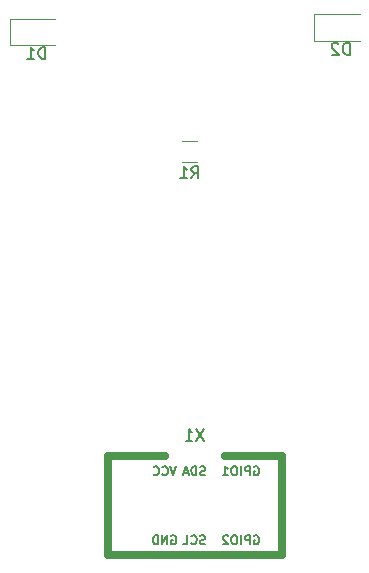
<source format=gbr>
G04 #@! TF.GenerationSoftware,KiCad,Pcbnew,(5.1.2)-1*
G04 #@! TF.CreationDate,2019-06-30T22:56:59-05:00*
G04 #@! TF.ProjectId,hank-hill-sao,68616e6b-2d68-4696-9c6c-2d73616f2e6b,rev?*
G04 #@! TF.SameCoordinates,Original*
G04 #@! TF.FileFunction,Legend,Bot*
G04 #@! TF.FilePolarity,Positive*
%FSLAX46Y46*%
G04 Gerber Fmt 4.6, Leading zero omitted, Abs format (unit mm)*
G04 Created by KiCad (PCBNEW (5.1.2)-1) date 2019-06-30 22:56:59*
%MOMM*%
%LPD*%
G04 APERTURE LIST*
%ADD10C,0.120000*%
%ADD11C,0.700000*%
%ADD12C,0.150000*%
G04 APERTURE END LIST*
D10*
X-12867840Y2596260D02*
X-16752840Y2596260D01*
X-16752840Y2596260D02*
X-16752840Y4866260D01*
X-16752840Y4866260D02*
X-12867840Y4866260D01*
X9012920Y5234560D02*
X12897920Y5234560D01*
X9012920Y2964560D02*
X9012920Y5234560D01*
X12897920Y2964560D02*
X9012920Y2964560D01*
X-2118444Y-7282860D02*
X-914316Y-7282860D01*
X-2118444Y-5462860D02*
X-914316Y-5462860D01*
D11*
X-3625099Y-32179941D02*
X-8451099Y-32179941D01*
X6194541Y-32129141D02*
X1454901Y-32129141D01*
X-8451099Y-32179941D02*
X-8451099Y-40561941D01*
X-8451099Y-40561941D02*
X6280901Y-40561941D01*
X6280901Y-40561941D02*
X6280901Y-32179941D01*
D12*
X-13729744Y1458879D02*
X-13729744Y2458879D01*
X-13967840Y2458879D01*
X-14110697Y2411260D01*
X-14205935Y2316021D01*
X-14253554Y2220783D01*
X-14301173Y2030307D01*
X-14301173Y1887450D01*
X-14253554Y1696974D01*
X-14205935Y1601736D01*
X-14110697Y1506498D01*
X-13967840Y1458879D01*
X-13729744Y1458879D01*
X-15253554Y1458879D02*
X-14682125Y1458879D01*
X-14967840Y1458879D02*
X-14967840Y2458879D01*
X-14872601Y2316021D01*
X-14777363Y2220783D01*
X-14682125Y2173164D01*
X12036015Y1827179D02*
X12036015Y2827179D01*
X11797920Y2827179D01*
X11655062Y2779560D01*
X11559824Y2684321D01*
X11512205Y2589083D01*
X11464586Y2398607D01*
X11464586Y2255750D01*
X11512205Y2065274D01*
X11559824Y1970036D01*
X11655062Y1874798D01*
X11797920Y1827179D01*
X12036015Y1827179D01*
X11083634Y2731940D02*
X11036015Y2779560D01*
X10940777Y2827179D01*
X10702681Y2827179D01*
X10607443Y2779560D01*
X10559824Y2731940D01*
X10512205Y2636702D01*
X10512205Y2541464D01*
X10559824Y2398607D01*
X11131253Y1827179D01*
X10512205Y1827179D01*
X-1349713Y-8645240D02*
X-1016380Y-8169050D01*
X-778284Y-8645240D02*
X-778284Y-7645240D01*
X-1159237Y-7645240D01*
X-1254475Y-7692860D01*
X-1302094Y-7740479D01*
X-1349713Y-7835717D01*
X-1349713Y-7978574D01*
X-1302094Y-8073812D01*
X-1254475Y-8121431D01*
X-1159237Y-8169050D01*
X-778284Y-8169050D01*
X-2302094Y-8645240D02*
X-1730665Y-8645240D01*
X-2016379Y-8645240D02*
X-2016379Y-7645240D01*
X-1921141Y-7788098D01*
X-1825903Y-7883336D01*
X-1730665Y-7930955D01*
X-275575Y-29854321D02*
X-942241Y-30854321D01*
X-942241Y-29854321D02*
X-275575Y-30854321D01*
X-1847003Y-30854321D02*
X-1275575Y-30854321D01*
X-1561289Y-30854321D02*
X-1561289Y-29854321D01*
X-1466051Y-29997179D01*
X-1370813Y-30092417D01*
X-1275575Y-30140036D01*
X-2625098Y-33039226D02*
X-2875098Y-33789226D01*
X-3125098Y-33039226D01*
X-3803670Y-33717798D02*
X-3767956Y-33753512D01*
X-3660813Y-33789226D01*
X-3589384Y-33789226D01*
X-3482241Y-33753512D01*
X-3410813Y-33682083D01*
X-3375098Y-33610655D01*
X-3339384Y-33467798D01*
X-3339384Y-33360655D01*
X-3375098Y-33217798D01*
X-3410813Y-33146369D01*
X-3482241Y-33074941D01*
X-3589384Y-33039226D01*
X-3660813Y-33039226D01*
X-3767956Y-33074941D01*
X-3803670Y-33110655D01*
X-4553670Y-33717798D02*
X-4517956Y-33753512D01*
X-4410813Y-33789226D01*
X-4339384Y-33789226D01*
X-4232241Y-33753512D01*
X-4160813Y-33682083D01*
X-4125098Y-33610655D01*
X-4089384Y-33467798D01*
X-4089384Y-33360655D01*
X-4125098Y-33217798D01*
X-4160813Y-33146369D01*
X-4232241Y-33074941D01*
X-4339384Y-33039226D01*
X-4410813Y-33039226D01*
X-4517956Y-33074941D01*
X-4553670Y-33110655D01*
X-174384Y-33753512D02*
X-281527Y-33789226D01*
X-460099Y-33789226D01*
X-531527Y-33753512D01*
X-567241Y-33717798D01*
X-602956Y-33646369D01*
X-602956Y-33574941D01*
X-567241Y-33503512D01*
X-531527Y-33467798D01*
X-460099Y-33432083D01*
X-317241Y-33396369D01*
X-245813Y-33360655D01*
X-210099Y-33324941D01*
X-174384Y-33253512D01*
X-174384Y-33182083D01*
X-210099Y-33110655D01*
X-245813Y-33074941D01*
X-317241Y-33039226D01*
X-495813Y-33039226D01*
X-602956Y-33074941D01*
X-924384Y-33789226D02*
X-924384Y-33039226D01*
X-1102956Y-33039226D01*
X-1210098Y-33074941D01*
X-1281527Y-33146369D01*
X-1317241Y-33217798D01*
X-1352956Y-33360655D01*
X-1352956Y-33467798D01*
X-1317241Y-33610655D01*
X-1281527Y-33682083D01*
X-1210098Y-33753512D01*
X-1102956Y-33789226D01*
X-924384Y-33789226D01*
X-1638670Y-33574941D02*
X-1995813Y-33574941D01*
X-1567241Y-33789226D02*
X-1817241Y-33039226D01*
X-2067241Y-33789226D01*
X3959043Y-33074941D02*
X4030472Y-33039226D01*
X4137615Y-33039226D01*
X4244758Y-33074941D01*
X4316186Y-33146369D01*
X4351901Y-33217798D01*
X4387615Y-33360655D01*
X4387615Y-33467798D01*
X4351901Y-33610655D01*
X4316186Y-33682083D01*
X4244758Y-33753512D01*
X4137615Y-33789226D01*
X4066186Y-33789226D01*
X3959043Y-33753512D01*
X3923329Y-33717798D01*
X3923329Y-33467798D01*
X4066186Y-33467798D01*
X3601901Y-33789226D02*
X3601901Y-33039226D01*
X3316186Y-33039226D01*
X3244758Y-33074941D01*
X3209043Y-33110655D01*
X3173329Y-33182083D01*
X3173329Y-33289226D01*
X3209043Y-33360655D01*
X3244758Y-33396369D01*
X3316186Y-33432083D01*
X3601901Y-33432083D01*
X2851901Y-33789226D02*
X2851901Y-33039226D01*
X2351901Y-33039226D02*
X2209043Y-33039226D01*
X2137615Y-33074941D01*
X2066186Y-33146369D01*
X2030472Y-33289226D01*
X2030472Y-33539226D01*
X2066186Y-33682083D01*
X2137615Y-33753512D01*
X2209043Y-33789226D01*
X2351901Y-33789226D01*
X2423329Y-33753512D01*
X2494758Y-33682083D01*
X2530472Y-33539226D01*
X2530472Y-33289226D01*
X2494758Y-33146369D01*
X2423329Y-33074941D01*
X2351901Y-33039226D01*
X1316186Y-33789226D02*
X1744758Y-33789226D01*
X1530472Y-33789226D02*
X1530472Y-33039226D01*
X1601901Y-33146369D01*
X1673329Y-33217798D01*
X1744758Y-33253512D01*
X-3053670Y-38916941D02*
X-2982241Y-38881226D01*
X-2875099Y-38881226D01*
X-2767956Y-38916941D01*
X-2696527Y-38988369D01*
X-2660813Y-39059798D01*
X-2625099Y-39202655D01*
X-2625099Y-39309798D01*
X-2660813Y-39452655D01*
X-2696527Y-39524083D01*
X-2767956Y-39595512D01*
X-2875099Y-39631226D01*
X-2946527Y-39631226D01*
X-3053670Y-39595512D01*
X-3089384Y-39559798D01*
X-3089384Y-39309798D01*
X-2946527Y-39309798D01*
X-3410813Y-39631226D02*
X-3410813Y-38881226D01*
X-3839384Y-39631226D01*
X-3839384Y-38881226D01*
X-4196527Y-39631226D02*
X-4196527Y-38881226D01*
X-4375099Y-38881226D01*
X-4482241Y-38916941D01*
X-4553670Y-38988369D01*
X-4589384Y-39059798D01*
X-4625099Y-39202655D01*
X-4625099Y-39309798D01*
X-4589384Y-39452655D01*
X-4553670Y-39524083D01*
X-4482241Y-39595512D01*
X-4375099Y-39631226D01*
X-4196527Y-39631226D01*
X-192241Y-39595512D02*
X-299384Y-39631226D01*
X-477956Y-39631226D01*
X-549384Y-39595512D01*
X-585098Y-39559798D01*
X-620813Y-39488369D01*
X-620813Y-39416941D01*
X-585098Y-39345512D01*
X-549384Y-39309798D01*
X-477956Y-39274083D01*
X-335098Y-39238369D01*
X-263670Y-39202655D01*
X-227956Y-39166941D01*
X-192241Y-39095512D01*
X-192241Y-39024083D01*
X-227956Y-38952655D01*
X-263670Y-38916941D01*
X-335098Y-38881226D01*
X-513670Y-38881226D01*
X-620813Y-38916941D01*
X-1370813Y-39559798D02*
X-1335098Y-39595512D01*
X-1227956Y-39631226D01*
X-1156527Y-39631226D01*
X-1049384Y-39595512D01*
X-977956Y-39524083D01*
X-942241Y-39452655D01*
X-906527Y-39309798D01*
X-906527Y-39202655D01*
X-942241Y-39059798D01*
X-977956Y-38988369D01*
X-1049384Y-38916941D01*
X-1156527Y-38881226D01*
X-1227956Y-38881226D01*
X-1335098Y-38916941D01*
X-1370813Y-38952655D01*
X-2049384Y-39631226D02*
X-1692241Y-39631226D01*
X-1692241Y-38881226D01*
X3959043Y-38916941D02*
X4030472Y-38881226D01*
X4137615Y-38881226D01*
X4244758Y-38916941D01*
X4316186Y-38988369D01*
X4351901Y-39059798D01*
X4387615Y-39202655D01*
X4387615Y-39309798D01*
X4351901Y-39452655D01*
X4316186Y-39524083D01*
X4244758Y-39595512D01*
X4137615Y-39631226D01*
X4066186Y-39631226D01*
X3959043Y-39595512D01*
X3923329Y-39559798D01*
X3923329Y-39309798D01*
X4066186Y-39309798D01*
X3601901Y-39631226D02*
X3601901Y-38881226D01*
X3316186Y-38881226D01*
X3244758Y-38916941D01*
X3209043Y-38952655D01*
X3173329Y-39024083D01*
X3173329Y-39131226D01*
X3209043Y-39202655D01*
X3244758Y-39238369D01*
X3316186Y-39274083D01*
X3601901Y-39274083D01*
X2851901Y-39631226D02*
X2851901Y-38881226D01*
X2351901Y-38881226D02*
X2209043Y-38881226D01*
X2137615Y-38916941D01*
X2066186Y-38988369D01*
X2030472Y-39131226D01*
X2030472Y-39381226D01*
X2066186Y-39524083D01*
X2137615Y-39595512D01*
X2209043Y-39631226D01*
X2351901Y-39631226D01*
X2423329Y-39595512D01*
X2494758Y-39524083D01*
X2530472Y-39381226D01*
X2530472Y-39131226D01*
X2494758Y-38988369D01*
X2423329Y-38916941D01*
X2351901Y-38881226D01*
X1744758Y-38952655D02*
X1709043Y-38916941D01*
X1637615Y-38881226D01*
X1459043Y-38881226D01*
X1387615Y-38916941D01*
X1351901Y-38952655D01*
X1316186Y-39024083D01*
X1316186Y-39095512D01*
X1351901Y-39202655D01*
X1780472Y-39631226D01*
X1316186Y-39631226D01*
M02*

</source>
